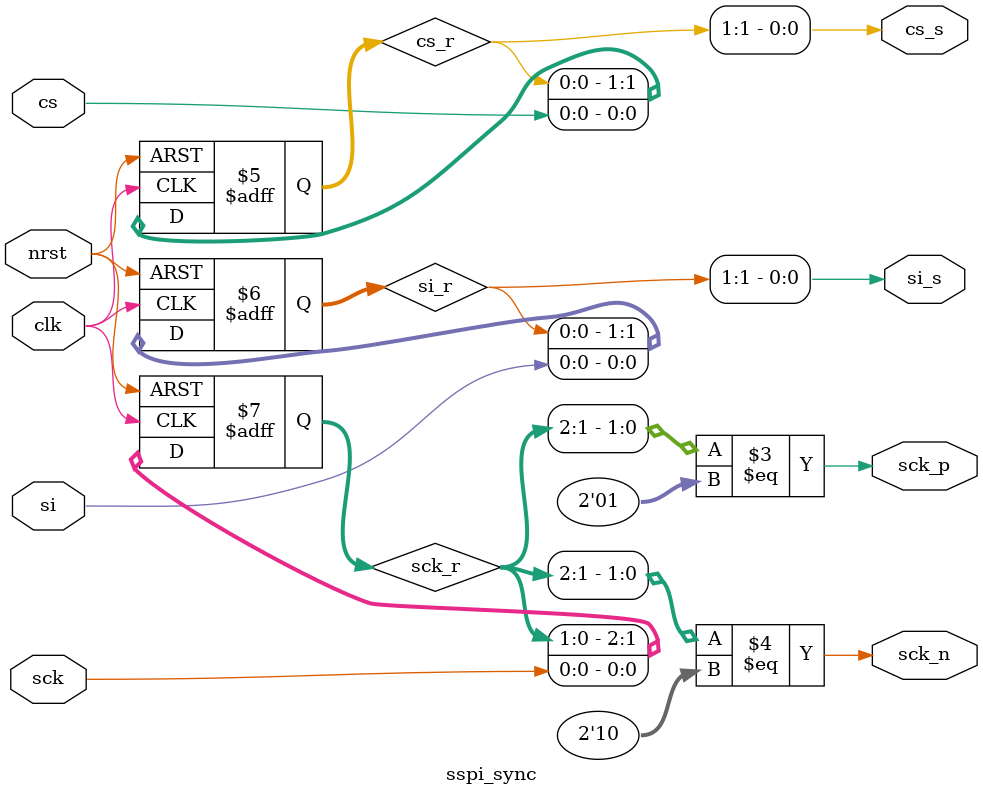
<source format=v>
module sspi_sync(nrst, clk, cs, sck, si, cs_s, sck_p, sck_n, si_s);
    input nrst;
    input clk;
    input cs;
    input sck;
    input si;
    output cs_s;
    output sck_p;
    output sck_n;
    output si_s;
    reg [1:0] cs_r;
    reg [1:0] si_r;
    reg [2:0] sck_r;
    always @(posedge clk or negedge nrst) begin
        if (~nrst) begin
            sck_r <= 3'b111;
            cs_r <= 2'b11;
            si_r <= 2'b00;
        end else begin
            sck_r <= {sck_r[1:0], sck};
            cs_r <= {cs_r[0], cs};
            si_r <= {si_r[0], si};
        end
    end
    assign sck_p = (sck_r[2:1] == 2'b01);
    assign sck_n = (sck_r[2:1] == 2'b10);
    assign cs_s = cs_r[1];
    assign si_s = si_r[1];
endmodule
</source>
